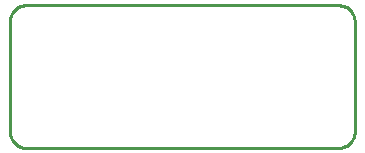
<source format=gbr>
G04 EAGLE Gerber RS-274X export*
G75*
%MOMM*%
%FSLAX34Y34*%
%LPD*%
%IN*%
%IPPOS*%
%AMOC8*
5,1,8,0,0,1.08239X$1,22.5*%
G01*
%ADD10C,0.254000*%


D10*
X0Y12700D02*
X48Y11593D01*
X193Y10495D01*
X433Y9413D01*
X766Y8356D01*
X1190Y7333D01*
X1701Y6350D01*
X2297Y5416D01*
X2971Y4537D01*
X3720Y3720D01*
X4537Y2971D01*
X5416Y2297D01*
X6350Y1701D01*
X7333Y1190D01*
X8356Y766D01*
X9413Y433D01*
X10495Y193D01*
X11593Y48D01*
X12700Y0D01*
X278090Y0D01*
X279267Y51D01*
X280434Y205D01*
X281584Y460D01*
X282707Y814D01*
X283795Y1265D01*
X284840Y1809D01*
X285833Y2441D01*
X286768Y3158D01*
X287636Y3954D01*
X288432Y4822D01*
X289149Y5757D01*
X289781Y6750D01*
X290325Y7795D01*
X290776Y8883D01*
X291130Y10006D01*
X291385Y11156D01*
X291539Y12323D01*
X291590Y13500D01*
X291590Y107149D01*
X291539Y108326D01*
X291385Y109494D01*
X291130Y110643D01*
X290776Y111767D01*
X290325Y112855D01*
X289781Y113900D01*
X289148Y114893D01*
X288431Y115827D01*
X287636Y116696D01*
X286767Y117491D01*
X285833Y118208D01*
X284840Y118841D01*
X283795Y119385D01*
X282707Y119836D01*
X281583Y120190D01*
X280434Y120445D01*
X279266Y120599D01*
X278089Y120650D01*
X13000Y120650D01*
X11879Y120614D01*
X10766Y120481D01*
X9669Y120251D01*
X8596Y119926D01*
X7555Y119509D01*
X6555Y119003D01*
X5602Y118412D01*
X4705Y117740D01*
X3870Y116992D01*
X3103Y116175D01*
X2410Y115293D01*
X1797Y114355D01*
X1267Y113367D01*
X826Y112336D01*
X477Y111271D01*
X221Y110179D01*
X62Y109069D01*
X0Y107950D01*
X0Y12700D01*
M02*

</source>
